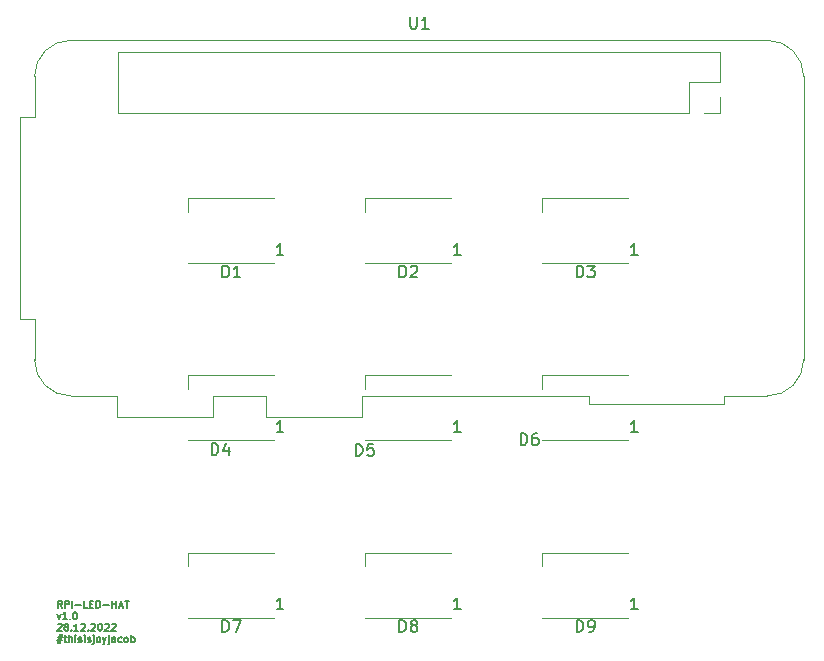
<source format=gbr>
%TF.GenerationSoftware,KiCad,Pcbnew,(6.0.5)*%
%TF.CreationDate,2022-12-28T23:50:48+05:30*%
%TF.ProjectId,rpi_hat,7270695f-6861-4742-9e6b-696361645f70,rev?*%
%TF.SameCoordinates,Original*%
%TF.FileFunction,Legend,Top*%
%TF.FilePolarity,Positive*%
%FSLAX46Y46*%
G04 Gerber Fmt 4.6, Leading zero omitted, Abs format (unit mm)*
G04 Created by KiCad (PCBNEW (6.0.5)) date 2022-12-28 23:50:48*
%MOMM*%
%LPD*%
G01*
G04 APERTURE LIST*
%ADD10C,0.150000*%
%ADD11C,0.120000*%
G04 APERTURE END LIST*
D10*
X104083214Y-98572428D02*
X103883214Y-98286714D01*
X103740357Y-98572428D02*
X103740357Y-97972428D01*
X103968928Y-97972428D01*
X104026071Y-98001000D01*
X104054642Y-98029571D01*
X104083214Y-98086714D01*
X104083214Y-98172428D01*
X104054642Y-98229571D01*
X104026071Y-98258142D01*
X103968928Y-98286714D01*
X103740357Y-98286714D01*
X104340357Y-98572428D02*
X104340357Y-97972428D01*
X104568928Y-97972428D01*
X104626071Y-98001000D01*
X104654642Y-98029571D01*
X104683214Y-98086714D01*
X104683214Y-98172428D01*
X104654642Y-98229571D01*
X104626071Y-98258142D01*
X104568928Y-98286714D01*
X104340357Y-98286714D01*
X104940357Y-98572428D02*
X104940357Y-97972428D01*
X105226071Y-98343857D02*
X105683214Y-98343857D01*
X106254642Y-98572428D02*
X105968928Y-98572428D01*
X105968928Y-97972428D01*
X106454642Y-98258142D02*
X106654642Y-98258142D01*
X106740357Y-98572428D02*
X106454642Y-98572428D01*
X106454642Y-97972428D01*
X106740357Y-97972428D01*
X106997500Y-98572428D02*
X106997500Y-97972428D01*
X107140357Y-97972428D01*
X107226071Y-98001000D01*
X107283214Y-98058142D01*
X107311785Y-98115285D01*
X107340357Y-98229571D01*
X107340357Y-98315285D01*
X107311785Y-98429571D01*
X107283214Y-98486714D01*
X107226071Y-98543857D01*
X107140357Y-98572428D01*
X106997500Y-98572428D01*
X107597500Y-98343857D02*
X108054642Y-98343857D01*
X108340357Y-98572428D02*
X108340357Y-97972428D01*
X108340357Y-98258142D02*
X108683214Y-98258142D01*
X108683214Y-98572428D02*
X108683214Y-97972428D01*
X108940357Y-98401000D02*
X109226071Y-98401000D01*
X108883214Y-98572428D02*
X109083214Y-97972428D01*
X109283214Y-98572428D01*
X109397500Y-97972428D02*
X109740357Y-97972428D01*
X109568928Y-98572428D02*
X109568928Y-97972428D01*
X103683214Y-99138428D02*
X103826071Y-99538428D01*
X103968928Y-99138428D01*
X104511785Y-99538428D02*
X104168928Y-99538428D01*
X104340357Y-99538428D02*
X104340357Y-98938428D01*
X104283214Y-99024142D01*
X104226071Y-99081285D01*
X104168928Y-99109857D01*
X104768928Y-99481285D02*
X104797500Y-99509857D01*
X104768928Y-99538428D01*
X104740357Y-99509857D01*
X104768928Y-99481285D01*
X104768928Y-99538428D01*
X105168928Y-98938428D02*
X105226071Y-98938428D01*
X105283214Y-98967000D01*
X105311785Y-98995571D01*
X105340357Y-99052714D01*
X105368928Y-99167000D01*
X105368928Y-99309857D01*
X105340357Y-99424142D01*
X105311785Y-99481285D01*
X105283214Y-99509857D01*
X105226071Y-99538428D01*
X105168928Y-99538428D01*
X105111785Y-99509857D01*
X105083214Y-99481285D01*
X105054642Y-99424142D01*
X105026071Y-99309857D01*
X105026071Y-99167000D01*
X105054642Y-99052714D01*
X105083214Y-98995571D01*
X105111785Y-98967000D01*
X105168928Y-98938428D01*
X103711785Y-99961571D02*
X103740357Y-99933000D01*
X103797500Y-99904428D01*
X103940357Y-99904428D01*
X103997500Y-99933000D01*
X104026071Y-99961571D01*
X104054642Y-100018714D01*
X104054642Y-100075857D01*
X104026071Y-100161571D01*
X103683214Y-100504428D01*
X104054642Y-100504428D01*
X104397500Y-100161571D02*
X104340357Y-100133000D01*
X104311785Y-100104428D01*
X104283214Y-100047285D01*
X104283214Y-100018714D01*
X104311785Y-99961571D01*
X104340357Y-99933000D01*
X104397500Y-99904428D01*
X104511785Y-99904428D01*
X104568928Y-99933000D01*
X104597500Y-99961571D01*
X104626071Y-100018714D01*
X104626071Y-100047285D01*
X104597500Y-100104428D01*
X104568928Y-100133000D01*
X104511785Y-100161571D01*
X104397500Y-100161571D01*
X104340357Y-100190142D01*
X104311785Y-100218714D01*
X104283214Y-100275857D01*
X104283214Y-100390142D01*
X104311785Y-100447285D01*
X104340357Y-100475857D01*
X104397500Y-100504428D01*
X104511785Y-100504428D01*
X104568928Y-100475857D01*
X104597500Y-100447285D01*
X104626071Y-100390142D01*
X104626071Y-100275857D01*
X104597500Y-100218714D01*
X104568928Y-100190142D01*
X104511785Y-100161571D01*
X104883214Y-100447285D02*
X104911785Y-100475857D01*
X104883214Y-100504428D01*
X104854642Y-100475857D01*
X104883214Y-100447285D01*
X104883214Y-100504428D01*
X105483214Y-100504428D02*
X105140357Y-100504428D01*
X105311785Y-100504428D02*
X105311785Y-99904428D01*
X105254642Y-99990142D01*
X105197500Y-100047285D01*
X105140357Y-100075857D01*
X105711785Y-99961571D02*
X105740357Y-99933000D01*
X105797500Y-99904428D01*
X105940357Y-99904428D01*
X105997500Y-99933000D01*
X106026071Y-99961571D01*
X106054642Y-100018714D01*
X106054642Y-100075857D01*
X106026071Y-100161571D01*
X105683214Y-100504428D01*
X106054642Y-100504428D01*
X106311785Y-100447285D02*
X106340357Y-100475857D01*
X106311785Y-100504428D01*
X106283214Y-100475857D01*
X106311785Y-100447285D01*
X106311785Y-100504428D01*
X106568928Y-99961571D02*
X106597500Y-99933000D01*
X106654642Y-99904428D01*
X106797500Y-99904428D01*
X106854642Y-99933000D01*
X106883214Y-99961571D01*
X106911785Y-100018714D01*
X106911785Y-100075857D01*
X106883214Y-100161571D01*
X106540357Y-100504428D01*
X106911785Y-100504428D01*
X107283214Y-99904428D02*
X107340357Y-99904428D01*
X107397500Y-99933000D01*
X107426071Y-99961571D01*
X107454642Y-100018714D01*
X107483214Y-100133000D01*
X107483214Y-100275857D01*
X107454642Y-100390142D01*
X107426071Y-100447285D01*
X107397500Y-100475857D01*
X107340357Y-100504428D01*
X107283214Y-100504428D01*
X107226071Y-100475857D01*
X107197500Y-100447285D01*
X107168928Y-100390142D01*
X107140357Y-100275857D01*
X107140357Y-100133000D01*
X107168928Y-100018714D01*
X107197500Y-99961571D01*
X107226071Y-99933000D01*
X107283214Y-99904428D01*
X107711785Y-99961571D02*
X107740357Y-99933000D01*
X107797500Y-99904428D01*
X107940357Y-99904428D01*
X107997500Y-99933000D01*
X108026071Y-99961571D01*
X108054642Y-100018714D01*
X108054642Y-100075857D01*
X108026071Y-100161571D01*
X107683214Y-100504428D01*
X108054642Y-100504428D01*
X108283214Y-99961571D02*
X108311785Y-99933000D01*
X108368928Y-99904428D01*
X108511785Y-99904428D01*
X108568928Y-99933000D01*
X108597500Y-99961571D01*
X108626071Y-100018714D01*
X108626071Y-100075857D01*
X108597500Y-100161571D01*
X108254642Y-100504428D01*
X108626071Y-100504428D01*
X103711785Y-101070428D02*
X104140357Y-101070428D01*
X103883214Y-100813285D02*
X103711785Y-101584714D01*
X104083214Y-101327571D02*
X103654642Y-101327571D01*
X103911785Y-101584714D02*
X104083214Y-100813285D01*
X104254642Y-101070428D02*
X104483214Y-101070428D01*
X104340357Y-100870428D02*
X104340357Y-101384714D01*
X104368928Y-101441857D01*
X104426071Y-101470428D01*
X104483214Y-101470428D01*
X104683214Y-101470428D02*
X104683214Y-100870428D01*
X104940357Y-101470428D02*
X104940357Y-101156142D01*
X104911785Y-101099000D01*
X104854642Y-101070428D01*
X104768928Y-101070428D01*
X104711785Y-101099000D01*
X104683214Y-101127571D01*
X105226071Y-101470428D02*
X105226071Y-101070428D01*
X105226071Y-100870428D02*
X105197500Y-100899000D01*
X105226071Y-100927571D01*
X105254642Y-100899000D01*
X105226071Y-100870428D01*
X105226071Y-100927571D01*
X105483214Y-101441857D02*
X105540357Y-101470428D01*
X105654642Y-101470428D01*
X105711785Y-101441857D01*
X105740357Y-101384714D01*
X105740357Y-101356142D01*
X105711785Y-101299000D01*
X105654642Y-101270428D01*
X105568928Y-101270428D01*
X105511785Y-101241857D01*
X105483214Y-101184714D01*
X105483214Y-101156142D01*
X105511785Y-101099000D01*
X105568928Y-101070428D01*
X105654642Y-101070428D01*
X105711785Y-101099000D01*
X105997500Y-101470428D02*
X105997500Y-101070428D01*
X105997500Y-100870428D02*
X105968928Y-100899000D01*
X105997500Y-100927571D01*
X106026071Y-100899000D01*
X105997500Y-100870428D01*
X105997500Y-100927571D01*
X106254642Y-101441857D02*
X106311785Y-101470428D01*
X106426071Y-101470428D01*
X106483214Y-101441857D01*
X106511785Y-101384714D01*
X106511785Y-101356142D01*
X106483214Y-101299000D01*
X106426071Y-101270428D01*
X106340357Y-101270428D01*
X106283214Y-101241857D01*
X106254642Y-101184714D01*
X106254642Y-101156142D01*
X106283214Y-101099000D01*
X106340357Y-101070428D01*
X106426071Y-101070428D01*
X106483214Y-101099000D01*
X106768928Y-101070428D02*
X106768928Y-101584714D01*
X106740357Y-101641857D01*
X106683214Y-101670428D01*
X106654642Y-101670428D01*
X106768928Y-100870428D02*
X106740357Y-100899000D01*
X106768928Y-100927571D01*
X106797500Y-100899000D01*
X106768928Y-100870428D01*
X106768928Y-100927571D01*
X107140357Y-101470428D02*
X107083214Y-101441857D01*
X107054642Y-101413285D01*
X107026071Y-101356142D01*
X107026071Y-101184714D01*
X107054642Y-101127571D01*
X107083214Y-101099000D01*
X107140357Y-101070428D01*
X107226071Y-101070428D01*
X107283214Y-101099000D01*
X107311785Y-101127571D01*
X107340357Y-101184714D01*
X107340357Y-101356142D01*
X107311785Y-101413285D01*
X107283214Y-101441857D01*
X107226071Y-101470428D01*
X107140357Y-101470428D01*
X107540357Y-101070428D02*
X107683214Y-101470428D01*
X107826071Y-101070428D02*
X107683214Y-101470428D01*
X107626071Y-101613285D01*
X107597500Y-101641857D01*
X107540357Y-101670428D01*
X108054642Y-101070428D02*
X108054642Y-101584714D01*
X108026071Y-101641857D01*
X107968928Y-101670428D01*
X107940357Y-101670428D01*
X108054642Y-100870428D02*
X108026071Y-100899000D01*
X108054642Y-100927571D01*
X108083214Y-100899000D01*
X108054642Y-100870428D01*
X108054642Y-100927571D01*
X108597500Y-101470428D02*
X108597500Y-101156142D01*
X108568928Y-101099000D01*
X108511785Y-101070428D01*
X108397500Y-101070428D01*
X108340357Y-101099000D01*
X108597500Y-101441857D02*
X108540357Y-101470428D01*
X108397500Y-101470428D01*
X108340357Y-101441857D01*
X108311785Y-101384714D01*
X108311785Y-101327571D01*
X108340357Y-101270428D01*
X108397500Y-101241857D01*
X108540357Y-101241857D01*
X108597500Y-101213285D01*
X109140357Y-101441857D02*
X109083214Y-101470428D01*
X108968928Y-101470428D01*
X108911785Y-101441857D01*
X108883214Y-101413285D01*
X108854642Y-101356142D01*
X108854642Y-101184714D01*
X108883214Y-101127571D01*
X108911785Y-101099000D01*
X108968928Y-101070428D01*
X109083214Y-101070428D01*
X109140357Y-101099000D01*
X109483214Y-101470428D02*
X109426071Y-101441857D01*
X109397500Y-101413285D01*
X109368928Y-101356142D01*
X109368928Y-101184714D01*
X109397500Y-101127571D01*
X109426071Y-101099000D01*
X109483214Y-101070428D01*
X109568928Y-101070428D01*
X109626071Y-101099000D01*
X109654642Y-101127571D01*
X109683214Y-101184714D01*
X109683214Y-101356142D01*
X109654642Y-101413285D01*
X109626071Y-101441857D01*
X109568928Y-101470428D01*
X109483214Y-101470428D01*
X109940357Y-101470428D02*
X109940357Y-100870428D01*
X109940357Y-101099000D02*
X109997500Y-101070428D01*
X110111785Y-101070428D01*
X110168928Y-101099000D01*
X110197500Y-101127571D01*
X110226071Y-101184714D01*
X110226071Y-101356142D01*
X110197500Y-101413285D01*
X110168928Y-101441857D01*
X110111785Y-101470428D01*
X109997500Y-101470428D01*
X109940357Y-101441857D01*
%TO.C,U1*%
X133558095Y-48532380D02*
X133558095Y-49341904D01*
X133605714Y-49437142D01*
X133653333Y-49484761D01*
X133748571Y-49532380D01*
X133939047Y-49532380D01*
X134034285Y-49484761D01*
X134081904Y-49437142D01*
X134129523Y-49341904D01*
X134129523Y-48532380D01*
X135129523Y-49532380D02*
X134558095Y-49532380D01*
X134843809Y-49532380D02*
X134843809Y-48532380D01*
X134748571Y-48675238D01*
X134653333Y-48770476D01*
X134558095Y-48818095D01*
%TO.C,D9*%
X147661904Y-100602380D02*
X147661904Y-99602380D01*
X147900000Y-99602380D01*
X148042857Y-99650000D01*
X148138095Y-99745238D01*
X148185714Y-99840476D01*
X148233333Y-100030952D01*
X148233333Y-100173809D01*
X148185714Y-100364285D01*
X148138095Y-100459523D01*
X148042857Y-100554761D01*
X147900000Y-100602380D01*
X147661904Y-100602380D01*
X148709523Y-100602380D02*
X148900000Y-100602380D01*
X148995238Y-100554761D01*
X149042857Y-100507142D01*
X149138095Y-100364285D01*
X149185714Y-100173809D01*
X149185714Y-99792857D01*
X149138095Y-99697619D01*
X149090476Y-99650000D01*
X148995238Y-99602380D01*
X148804761Y-99602380D01*
X148709523Y-99650000D01*
X148661904Y-99697619D01*
X148614285Y-99792857D01*
X148614285Y-100030952D01*
X148661904Y-100126190D01*
X148709523Y-100173809D01*
X148804761Y-100221428D01*
X148995238Y-100221428D01*
X149090476Y-100173809D01*
X149138095Y-100126190D01*
X149185714Y-100030952D01*
X152835714Y-98702380D02*
X152264285Y-98702380D01*
X152550000Y-98702380D02*
X152550000Y-97702380D01*
X152454761Y-97845238D01*
X152359523Y-97940476D01*
X152264285Y-97988095D01*
%TO.C,D4*%
X116761904Y-85652380D02*
X116761904Y-84652380D01*
X117000000Y-84652380D01*
X117142857Y-84700000D01*
X117238095Y-84795238D01*
X117285714Y-84890476D01*
X117333333Y-85080952D01*
X117333333Y-85223809D01*
X117285714Y-85414285D01*
X117238095Y-85509523D01*
X117142857Y-85604761D01*
X117000000Y-85652380D01*
X116761904Y-85652380D01*
X118190476Y-84985714D02*
X118190476Y-85652380D01*
X117952380Y-84604761D02*
X117714285Y-85319047D01*
X118333333Y-85319047D01*
X122835714Y-83702380D02*
X122264285Y-83702380D01*
X122550000Y-83702380D02*
X122550000Y-82702380D01*
X122454761Y-82845238D01*
X122359523Y-82940476D01*
X122264285Y-82988095D01*
%TO.C,D3*%
X147661904Y-70602380D02*
X147661904Y-69602380D01*
X147900000Y-69602380D01*
X148042857Y-69650000D01*
X148138095Y-69745238D01*
X148185714Y-69840476D01*
X148233333Y-70030952D01*
X148233333Y-70173809D01*
X148185714Y-70364285D01*
X148138095Y-70459523D01*
X148042857Y-70554761D01*
X147900000Y-70602380D01*
X147661904Y-70602380D01*
X148566666Y-69602380D02*
X149185714Y-69602380D01*
X148852380Y-69983333D01*
X148995238Y-69983333D01*
X149090476Y-70030952D01*
X149138095Y-70078571D01*
X149185714Y-70173809D01*
X149185714Y-70411904D01*
X149138095Y-70507142D01*
X149090476Y-70554761D01*
X148995238Y-70602380D01*
X148709523Y-70602380D01*
X148614285Y-70554761D01*
X148566666Y-70507142D01*
X152835714Y-68702380D02*
X152264285Y-68702380D01*
X152550000Y-68702380D02*
X152550000Y-67702380D01*
X152454761Y-67845238D01*
X152359523Y-67940476D01*
X152264285Y-67988095D01*
%TO.C,D2*%
X132661904Y-70602380D02*
X132661904Y-69602380D01*
X132900000Y-69602380D01*
X133042857Y-69650000D01*
X133138095Y-69745238D01*
X133185714Y-69840476D01*
X133233333Y-70030952D01*
X133233333Y-70173809D01*
X133185714Y-70364285D01*
X133138095Y-70459523D01*
X133042857Y-70554761D01*
X132900000Y-70602380D01*
X132661904Y-70602380D01*
X133614285Y-69697619D02*
X133661904Y-69650000D01*
X133757142Y-69602380D01*
X133995238Y-69602380D01*
X134090476Y-69650000D01*
X134138095Y-69697619D01*
X134185714Y-69792857D01*
X134185714Y-69888095D01*
X134138095Y-70030952D01*
X133566666Y-70602380D01*
X134185714Y-70602380D01*
X137835714Y-68702380D02*
X137264285Y-68702380D01*
X137550000Y-68702380D02*
X137550000Y-67702380D01*
X137454761Y-67845238D01*
X137359523Y-67940476D01*
X137264285Y-67988095D01*
%TO.C,D8*%
X132661904Y-100602380D02*
X132661904Y-99602380D01*
X132900000Y-99602380D01*
X133042857Y-99650000D01*
X133138095Y-99745238D01*
X133185714Y-99840476D01*
X133233333Y-100030952D01*
X133233333Y-100173809D01*
X133185714Y-100364285D01*
X133138095Y-100459523D01*
X133042857Y-100554761D01*
X132900000Y-100602380D01*
X132661904Y-100602380D01*
X133804761Y-100030952D02*
X133709523Y-99983333D01*
X133661904Y-99935714D01*
X133614285Y-99840476D01*
X133614285Y-99792857D01*
X133661904Y-99697619D01*
X133709523Y-99650000D01*
X133804761Y-99602380D01*
X133995238Y-99602380D01*
X134090476Y-99650000D01*
X134138095Y-99697619D01*
X134185714Y-99792857D01*
X134185714Y-99840476D01*
X134138095Y-99935714D01*
X134090476Y-99983333D01*
X133995238Y-100030952D01*
X133804761Y-100030952D01*
X133709523Y-100078571D01*
X133661904Y-100126190D01*
X133614285Y-100221428D01*
X133614285Y-100411904D01*
X133661904Y-100507142D01*
X133709523Y-100554761D01*
X133804761Y-100602380D01*
X133995238Y-100602380D01*
X134090476Y-100554761D01*
X134138095Y-100507142D01*
X134185714Y-100411904D01*
X134185714Y-100221428D01*
X134138095Y-100126190D01*
X134090476Y-100078571D01*
X133995238Y-100030952D01*
X137835714Y-98702380D02*
X137264285Y-98702380D01*
X137550000Y-98702380D02*
X137550000Y-97702380D01*
X137454761Y-97845238D01*
X137359523Y-97940476D01*
X137264285Y-97988095D01*
%TO.C,D5*%
X128961904Y-85702380D02*
X128961904Y-84702380D01*
X129200000Y-84702380D01*
X129342857Y-84750000D01*
X129438095Y-84845238D01*
X129485714Y-84940476D01*
X129533333Y-85130952D01*
X129533333Y-85273809D01*
X129485714Y-85464285D01*
X129438095Y-85559523D01*
X129342857Y-85654761D01*
X129200000Y-85702380D01*
X128961904Y-85702380D01*
X130438095Y-84702380D02*
X129961904Y-84702380D01*
X129914285Y-85178571D01*
X129961904Y-85130952D01*
X130057142Y-85083333D01*
X130295238Y-85083333D01*
X130390476Y-85130952D01*
X130438095Y-85178571D01*
X130485714Y-85273809D01*
X130485714Y-85511904D01*
X130438095Y-85607142D01*
X130390476Y-85654761D01*
X130295238Y-85702380D01*
X130057142Y-85702380D01*
X129961904Y-85654761D01*
X129914285Y-85607142D01*
X137835714Y-83702380D02*
X137264285Y-83702380D01*
X137550000Y-83702380D02*
X137550000Y-82702380D01*
X137454761Y-82845238D01*
X137359523Y-82940476D01*
X137264285Y-82988095D01*
%TO.C,D7*%
X117661904Y-100602380D02*
X117661904Y-99602380D01*
X117900000Y-99602380D01*
X118042857Y-99650000D01*
X118138095Y-99745238D01*
X118185714Y-99840476D01*
X118233333Y-100030952D01*
X118233333Y-100173809D01*
X118185714Y-100364285D01*
X118138095Y-100459523D01*
X118042857Y-100554761D01*
X117900000Y-100602380D01*
X117661904Y-100602380D01*
X118566666Y-99602380D02*
X119233333Y-99602380D01*
X118804761Y-100602380D01*
X122835714Y-98702380D02*
X122264285Y-98702380D01*
X122550000Y-98702380D02*
X122550000Y-97702380D01*
X122454761Y-97845238D01*
X122359523Y-97940476D01*
X122264285Y-97988095D01*
%TO.C,D6*%
X142911904Y-84802380D02*
X142911904Y-83802380D01*
X143150000Y-83802380D01*
X143292857Y-83850000D01*
X143388095Y-83945238D01*
X143435714Y-84040476D01*
X143483333Y-84230952D01*
X143483333Y-84373809D01*
X143435714Y-84564285D01*
X143388095Y-84659523D01*
X143292857Y-84754761D01*
X143150000Y-84802380D01*
X142911904Y-84802380D01*
X144340476Y-83802380D02*
X144150000Y-83802380D01*
X144054761Y-83850000D01*
X144007142Y-83897619D01*
X143911904Y-84040476D01*
X143864285Y-84230952D01*
X143864285Y-84611904D01*
X143911904Y-84707142D01*
X143959523Y-84754761D01*
X144054761Y-84802380D01*
X144245238Y-84802380D01*
X144340476Y-84754761D01*
X144388095Y-84707142D01*
X144435714Y-84611904D01*
X144435714Y-84373809D01*
X144388095Y-84278571D01*
X144340476Y-84230952D01*
X144245238Y-84183333D01*
X144054761Y-84183333D01*
X143959523Y-84230952D01*
X143911904Y-84278571D01*
X143864285Y-84373809D01*
X152835714Y-83702380D02*
X152264285Y-83702380D01*
X152550000Y-83702380D02*
X152550000Y-82702380D01*
X152454761Y-82845238D01*
X152359523Y-82940476D01*
X152264285Y-82988095D01*
%TO.C,D1*%
X117661904Y-70602380D02*
X117661904Y-69602380D01*
X117900000Y-69602380D01*
X118042857Y-69650000D01*
X118138095Y-69745238D01*
X118185714Y-69840476D01*
X118233333Y-70030952D01*
X118233333Y-70173809D01*
X118185714Y-70364285D01*
X118138095Y-70459523D01*
X118042857Y-70554761D01*
X117900000Y-70602380D01*
X117661904Y-70602380D01*
X119185714Y-70602380D02*
X118614285Y-70602380D01*
X118900000Y-70602380D02*
X118900000Y-69602380D01*
X118804761Y-69745238D01*
X118709523Y-69840476D01*
X118614285Y-69888095D01*
X122835714Y-68702380D02*
X122264285Y-68702380D01*
X122550000Y-68702380D02*
X122550000Y-67702380D01*
X122454761Y-67845238D01*
X122359523Y-67940476D01*
X122264285Y-67988095D01*
D11*
%TO.C,U1*%
X166880000Y-53580000D02*
G75*
G03*
X163820000Y-50520000I-3059999J1D01*
G01*
X101760000Y-77580000D02*
G75*
G03*
X104820000Y-80640000I3060000J0D01*
G01*
X104820000Y-50520000D02*
G75*
G03*
X101760000Y-53580000I-1J-3059999D01*
G01*
X163820000Y-80640000D02*
G75*
G03*
X166880000Y-77580000I0J3060000D01*
G01*
X100560000Y-74140000D02*
X101760000Y-74140000D01*
X100560000Y-57020000D02*
X100560000Y-74140000D01*
X159780000Y-56680000D02*
X158450000Y-56680000D01*
X160130000Y-81340000D02*
X160130000Y-80640000D01*
X101760000Y-57020000D02*
X101760000Y-53580000D01*
X101760000Y-74140000D02*
X101760000Y-77580000D01*
X121360000Y-82440000D02*
X129480000Y-82440000D01*
X148710000Y-80640000D02*
X148710000Y-81340000D01*
X129480000Y-80640000D02*
X148710000Y-80640000D01*
X157180000Y-54080000D02*
X157180000Y-56680000D01*
X129480000Y-82440000D02*
X129480000Y-80640000D01*
X160130000Y-80640000D02*
X163820000Y-80640000D01*
X166880000Y-53580000D02*
X166880000Y-77580000D01*
X159780000Y-51480000D02*
X108860000Y-51480000D01*
X101760000Y-57020000D02*
X100560000Y-57020000D01*
X104820000Y-50520000D02*
X163820000Y-50520000D01*
X159780000Y-54080000D02*
X157180000Y-54080000D01*
X159780000Y-55350000D02*
X159780000Y-56680000D01*
X108760000Y-82440000D02*
X116880000Y-82440000D01*
X108860000Y-51480000D02*
X108860000Y-56680000D01*
X116880000Y-82440000D02*
X116880000Y-80640000D01*
X108760000Y-80640000D02*
X108760000Y-82440000D01*
X121360000Y-80640000D02*
X121360000Y-82440000D01*
X159780000Y-51480000D02*
X159780000Y-54080000D01*
X104820000Y-80640000D02*
X108760000Y-80640000D01*
X148710000Y-81340000D02*
X160130000Y-81340000D01*
X116880000Y-80640000D02*
X121360000Y-80640000D01*
X157180000Y-56680000D02*
X108860000Y-56680000D01*
%TO.C,D9*%
X152050000Y-99400000D02*
X144750000Y-99400000D01*
X152050000Y-93900000D02*
X144750000Y-93900000D01*
X144750000Y-93900000D02*
X144750000Y-95050000D01*
%TO.C,D4*%
X122050000Y-84400000D02*
X114750000Y-84400000D01*
X122050000Y-78900000D02*
X114750000Y-78900000D01*
X114750000Y-78900000D02*
X114750000Y-80050000D01*
%TO.C,D3*%
X152050000Y-69400000D02*
X144750000Y-69400000D01*
X152050000Y-63900000D02*
X144750000Y-63900000D01*
X144750000Y-63900000D02*
X144750000Y-65050000D01*
%TO.C,D2*%
X137050000Y-69400000D02*
X129750000Y-69400000D01*
X137050000Y-63900000D02*
X129750000Y-63900000D01*
X129750000Y-63900000D02*
X129750000Y-65050000D01*
%TO.C,D8*%
X137050000Y-99400000D02*
X129750000Y-99400000D01*
X137050000Y-93900000D02*
X129750000Y-93900000D01*
X129750000Y-93900000D02*
X129750000Y-95050000D01*
%TO.C,D5*%
X129750000Y-78900000D02*
X129750000Y-80050000D01*
X137050000Y-78900000D02*
X129750000Y-78900000D01*
X137050000Y-84400000D02*
X129750000Y-84400000D01*
%TO.C,D7*%
X122050000Y-99400000D02*
X114750000Y-99400000D01*
X122050000Y-93900000D02*
X114750000Y-93900000D01*
X114750000Y-93900000D02*
X114750000Y-95050000D01*
%TO.C,D6*%
X152050000Y-84400000D02*
X144750000Y-84400000D01*
X152050000Y-78900000D02*
X144750000Y-78900000D01*
X144750000Y-78900000D02*
X144750000Y-80050000D01*
%TO.C,D1*%
X122050000Y-69400000D02*
X114750000Y-69400000D01*
X122050000Y-63900000D02*
X114750000Y-63900000D01*
X114750000Y-63900000D02*
X114750000Y-65050000D01*
%TD*%
M02*

</source>
